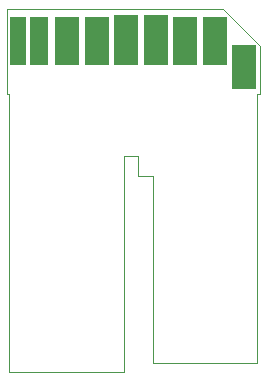
<source format=gbs>
G04 EAGLE Gerber RS-274X export*
G75*
%MOMM*%
%FSLAX34Y34*%
%LPD*%
%AMOC8*
5,1,8,0,0,1.08239X$1,22.5*%
G01*
%ADD10C,0.030000*%
%ADD11R,2.001600X3.751600*%
%ADD12R,2.001600X4.151600*%
%ADD13R,2.001600X4.351600*%
%ADD14R,1.601600X4.151600*%
%ADD15R,1.401600X4.151600*%


D10*
X500Y-3000D02*
X500Y232500D01*
X-2000Y232500D01*
X-2000Y304000D01*
X181200Y304000D01*
X213000Y272700D01*
X213000Y232500D01*
X210000Y232500D01*
X210000Y4000D01*
X122000Y4000D01*
X122000Y163000D01*
X109000Y163000D01*
X109000Y180000D01*
X97500Y180000D01*
X97500Y-3000D01*
X500Y-3000D01*
D11*
X199300Y254800D03*
D12*
X174300Y276800D03*
X149300Y276800D03*
D13*
X124300Y277800D03*
X99300Y277800D03*
D12*
X74300Y276800D03*
X49300Y276800D03*
D14*
X25100Y276800D03*
D15*
X8100Y276800D03*
M02*

</source>
